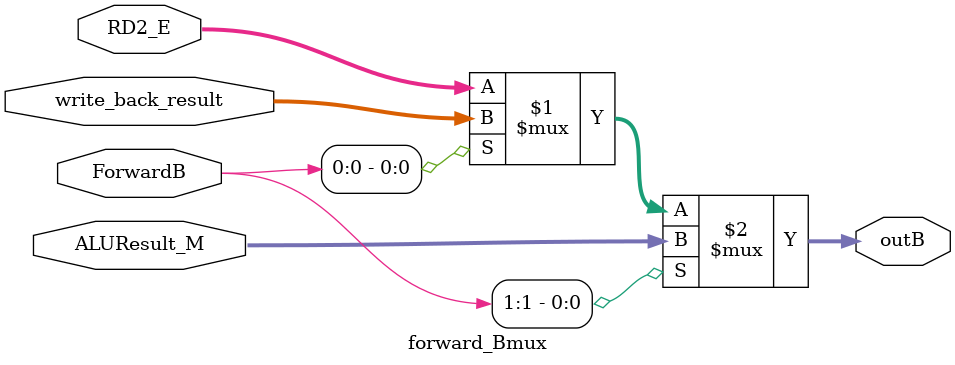
<source format=v>

module forward_Bmux(RD2_E,ALUResult_M,write_back_result,ForwardB,outB);

    input [31:0] RD2_E;              //value coming from id_ex_reg (initially from reg_file)
    input [31:0] ALUResult_M;        //forwarded value from mem_wb_reg
    input [31:0] write_back_result;  //forwarded value from mem_wb_reg
    input [1:0] ForwardB;            //select pin to choose between forwarded values or reg_file value
    
    output [31:0] outB;              //32 bit output 
    //                             10                             01              00            
    assign outB = ForwardB[1] ? ALUResult_M : (ForwardB[0] ? write_back_result : RD2_E);
endmodule

</source>
